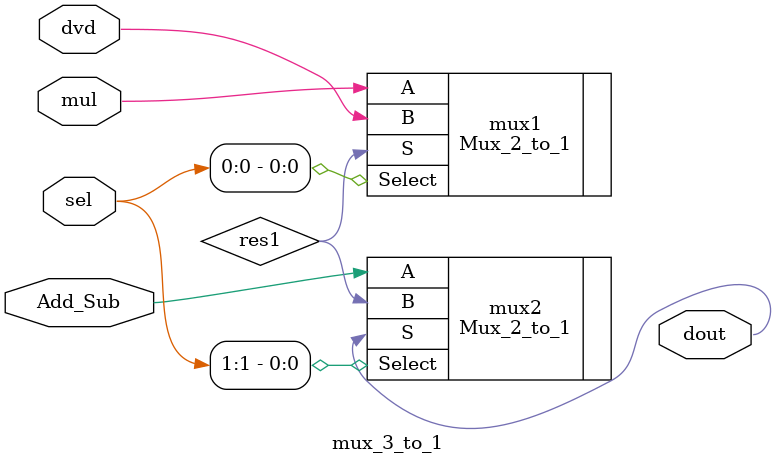
<source format=v>
module mux_3_to_1(
input Add_Sub,mul,dvd,
input [1:0]sel,
output dout
);

wire res1;

Mux_2_to_1 mux1(.A(mul),.B(dvd),.Select(sel[0]),.S(res1));
Mux_2_to_1 mux2(.A(Add_Sub),.B(res1),.Select(sel[1]),.S(dout));


endmodule

</source>
